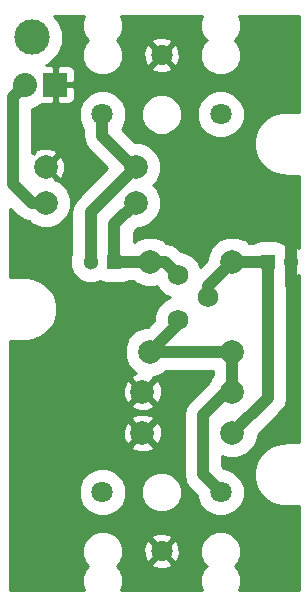
<source format=gbr>
G04 #@! TF.FileFunction,Copper,L2,Bot,Signal*
%FSLAX46Y46*%
G04 Gerber Fmt 4.6, Leading zero omitted, Abs format (unit mm)*
G04 Created by KiCad (PCBNEW 4.1.0-alpha+201608010717+6997~46~ubuntu14.04.1-product) date Mon Aug  1 22:00:52 2016*
%MOMM*%
%LPD*%
G01*
G04 APERTURE LIST*
%ADD10C,0.100000*%
%ADD11C,3.000000*%
%ADD12R,2.032000X2.032000*%
%ADD13O,2.032000X2.032000*%
%ADD14C,1.998980*%
%ADD15C,1.750060*%
%ADD16R,1.300000X1.300000*%
%ADD17C,1.300000*%
%ADD18C,1.800000*%
%ADD19C,1.000000*%
%ADD20C,0.254000*%
G04 APERTURE END LIST*
D10*
D11*
X103000000Y-103000000D03*
D12*
X105000000Y-107000000D03*
D13*
X102460000Y-107000000D03*
D14*
X120000000Y-133000000D03*
X112380000Y-133000000D03*
X111810000Y-117000000D03*
X104190000Y-117000000D03*
X120000000Y-136500000D03*
X112380000Y-136500000D03*
X113000000Y-129620000D03*
X113000000Y-122000000D03*
D15*
X115365000Y-126905000D03*
X117905000Y-125000000D03*
X115365000Y-123095000D03*
D16*
X110000000Y-122000000D03*
D17*
X108000000Y-122000000D03*
D16*
X123000000Y-122000000D03*
D17*
X125000000Y-122000000D03*
D14*
X120000000Y-129620000D03*
X120000000Y-122000000D03*
D18*
X114000000Y-104500000D03*
X109000000Y-109500000D03*
X119000000Y-109500000D03*
X114000000Y-146500000D03*
X119000000Y-141500000D03*
X109000000Y-141500000D03*
D14*
X104190000Y-114000000D03*
X111810000Y-114000000D03*
D19*
X110000000Y-122000000D02*
X110000000Y-118810000D01*
X110000000Y-118810000D02*
X111810000Y-117000000D01*
X113000000Y-122000000D02*
X110000000Y-122000000D01*
X113000000Y-122000000D02*
X114270000Y-122000000D01*
X114270000Y-122000000D02*
X115365000Y-123095000D01*
X115270000Y-123000000D02*
X115365000Y-123095000D01*
X111810000Y-114000000D02*
X108000000Y-117810000D01*
X108000000Y-117810000D02*
X108000000Y-122000000D01*
X109000000Y-109500000D02*
X109000000Y-111380000D01*
X109000000Y-111380000D02*
X111620000Y-114000000D01*
X120000000Y-136500000D02*
X123000000Y-133500000D01*
X123000000Y-133500000D02*
X123000000Y-122000000D01*
X123000000Y-122000000D02*
X120000000Y-122000000D01*
X120000000Y-136500000D02*
X120500000Y-136500000D01*
X117905000Y-125000000D02*
X117905000Y-124095000D01*
X117905000Y-124095000D02*
X120000000Y-122000000D01*
X117905000Y-125000000D02*
X118000000Y-125000000D01*
X120000000Y-133000000D02*
X120000000Y-129620000D01*
X113000000Y-129620000D02*
X120000000Y-129620000D01*
X115365000Y-126905000D02*
X115365000Y-127255000D01*
X115365000Y-127255000D02*
X113000000Y-129620000D01*
X117500000Y-135000000D02*
X117500000Y-140000000D01*
X117500000Y-140000000D02*
X119000000Y-141500000D01*
X119500000Y-133000000D02*
X117500000Y-135000000D01*
X104190000Y-117000000D02*
X103000000Y-117000000D01*
X101444001Y-108015999D02*
X102460000Y-107000000D01*
X103000000Y-117000000D02*
X101444001Y-115444001D01*
X101444001Y-115444001D02*
X101444001Y-108015999D01*
X125000000Y-120000000D02*
X125000000Y-124000000D01*
X125000000Y-122000000D02*
X125000000Y-120000000D01*
D20*
G36*
X107273300Y-101654971D02*
X107272701Y-102342014D01*
X107535067Y-102976989D01*
X107807652Y-103250050D01*
X107536774Y-103520456D01*
X107273300Y-104154971D01*
X107272701Y-104842014D01*
X107535067Y-105476989D01*
X108020456Y-105963226D01*
X108654971Y-106226700D01*
X109342014Y-106227299D01*
X109976989Y-105964933D01*
X110362435Y-105580159D01*
X113099446Y-105580159D01*
X113185852Y-105836643D01*
X113759336Y-106046458D01*
X114369460Y-106020839D01*
X114814148Y-105836643D01*
X114900554Y-105580159D01*
X114000000Y-104679605D01*
X113099446Y-105580159D01*
X110362435Y-105580159D01*
X110463226Y-105479544D01*
X110726700Y-104845029D01*
X110727210Y-104259336D01*
X112453542Y-104259336D01*
X112479161Y-104869460D01*
X112663357Y-105314148D01*
X112919841Y-105400554D01*
X113820395Y-104500000D01*
X114179605Y-104500000D01*
X115080159Y-105400554D01*
X115336643Y-105314148D01*
X115546458Y-104740664D01*
X115520839Y-104130540D01*
X115336643Y-103685852D01*
X115080159Y-103599446D01*
X114179605Y-104500000D01*
X113820395Y-104500000D01*
X112919841Y-103599446D01*
X112663357Y-103685852D01*
X112453542Y-104259336D01*
X110727210Y-104259336D01*
X110727299Y-104157986D01*
X110464933Y-103523011D01*
X110361943Y-103419841D01*
X113099446Y-103419841D01*
X114000000Y-104320395D01*
X114900554Y-103419841D01*
X114814148Y-103163357D01*
X114240664Y-102953542D01*
X113630540Y-102979161D01*
X113185852Y-103163357D01*
X113099446Y-103419841D01*
X110361943Y-103419841D01*
X110192348Y-103249950D01*
X110463226Y-102979544D01*
X110726700Y-102345029D01*
X110727299Y-101657986D01*
X110538890Y-101202000D01*
X117461390Y-101202000D01*
X117273300Y-101654971D01*
X117272701Y-102342014D01*
X117535067Y-102976989D01*
X117807652Y-103250050D01*
X117536774Y-103520456D01*
X117273300Y-104154971D01*
X117272701Y-104842014D01*
X117535067Y-105476989D01*
X118020456Y-105963226D01*
X118654971Y-106226700D01*
X119342014Y-106227299D01*
X119976989Y-105964933D01*
X120463226Y-105479544D01*
X120726700Y-104845029D01*
X120727299Y-104157986D01*
X120464933Y-103523011D01*
X120192348Y-103249950D01*
X120463226Y-102979544D01*
X120726700Y-102345029D01*
X120727299Y-101657986D01*
X120538890Y-101202000D01*
X125598000Y-101202000D01*
X125598000Y-109298000D01*
X124500000Y-109298000D01*
X124383889Y-109321096D01*
X124265501Y-109321096D01*
X123691476Y-109435277D01*
X123258180Y-109614754D01*
X122771545Y-109939913D01*
X122439913Y-110271545D01*
X122114754Y-110758180D01*
X121935277Y-111191476D01*
X121821096Y-111765501D01*
X121821096Y-112234499D01*
X121935277Y-112808523D01*
X121935277Y-112808524D01*
X122114754Y-113241820D01*
X122439913Y-113728455D01*
X122771545Y-114060087D01*
X123258180Y-114385246D01*
X123691476Y-114564723D01*
X124265501Y-114678904D01*
X124383889Y-114678904D01*
X124500000Y-114702000D01*
X125598000Y-114702000D01*
X125598000Y-120847516D01*
X125180922Y-120702378D01*
X124670572Y-120731917D01*
X124609378Y-120757264D01*
X124462522Y-120537478D01*
X124089733Y-120288389D01*
X123650000Y-120200921D01*
X122350000Y-120200921D01*
X121910267Y-120288389D01*
X121783637Y-120373000D01*
X121380526Y-120373000D01*
X121206132Y-120198301D01*
X120424841Y-119873880D01*
X119578871Y-119873142D01*
X118797014Y-120196199D01*
X118198301Y-120793868D01*
X117873880Y-121575159D01*
X117873662Y-121825413D01*
X117260125Y-122438949D01*
X117063228Y-121962423D01*
X116500540Y-121398751D01*
X115764975Y-121093318D01*
X115664156Y-121093230D01*
X115420463Y-120849537D01*
X114892626Y-120496848D01*
X114407911Y-120400432D01*
X114206132Y-120198301D01*
X113424841Y-119873880D01*
X112578871Y-119873142D01*
X111797014Y-120196199D01*
X111627000Y-120365917D01*
X111627000Y-119483926D01*
X111984283Y-119126643D01*
X112231129Y-119126858D01*
X113012986Y-118803801D01*
X113611699Y-118206132D01*
X113936120Y-117424841D01*
X113936858Y-116578871D01*
X113613801Y-115797014D01*
X113317311Y-115500006D01*
X113611699Y-115206132D01*
X113936120Y-114424841D01*
X113936858Y-113578871D01*
X113613801Y-112797014D01*
X113016132Y-112198301D01*
X112234841Y-111873880D01*
X111794421Y-111873496D01*
X110643952Y-110723027D01*
X110717405Y-110649702D01*
X111026647Y-109904964D01*
X111026701Y-109842014D01*
X112272701Y-109842014D01*
X112535067Y-110476989D01*
X113020456Y-110963226D01*
X113654971Y-111226700D01*
X114342014Y-111227299D01*
X114976989Y-110964933D01*
X115463226Y-110479544D01*
X115703281Y-109901426D01*
X116972649Y-109901426D01*
X117280591Y-110646703D01*
X117850298Y-111217405D01*
X118595036Y-111526647D01*
X119401426Y-111527351D01*
X120146703Y-111219409D01*
X120717405Y-110649702D01*
X121026647Y-109904964D01*
X121027351Y-109098574D01*
X120719409Y-108353297D01*
X120149702Y-107782595D01*
X119404964Y-107473353D01*
X118598574Y-107472649D01*
X117853297Y-107780591D01*
X117282595Y-108350298D01*
X116973353Y-109095036D01*
X116972649Y-109901426D01*
X115703281Y-109901426D01*
X115726700Y-109845029D01*
X115727299Y-109157986D01*
X115464933Y-108523011D01*
X114979544Y-108036774D01*
X114345029Y-107773300D01*
X113657986Y-107772701D01*
X113023011Y-108035067D01*
X112536774Y-108520456D01*
X112273300Y-109154971D01*
X112272701Y-109842014D01*
X111026701Y-109842014D01*
X111027351Y-109098574D01*
X110719409Y-108353297D01*
X110149702Y-107782595D01*
X109404964Y-107473353D01*
X108598574Y-107472649D01*
X107853297Y-107780591D01*
X107282595Y-108350298D01*
X106973353Y-109095036D01*
X106972649Y-109901426D01*
X107280591Y-110646703D01*
X107373000Y-110739273D01*
X107373000Y-111380000D01*
X107496848Y-112002626D01*
X107849537Y-112530463D01*
X109414074Y-114095000D01*
X106849537Y-116659537D01*
X106496848Y-117187374D01*
X106373000Y-117810000D01*
X106373000Y-121284489D01*
X106223310Y-121644982D01*
X106222693Y-122351916D01*
X106492655Y-123005274D01*
X106992096Y-123505588D01*
X107644982Y-123776690D01*
X108351916Y-123777307D01*
X108757673Y-123609651D01*
X108910267Y-123711611D01*
X109350000Y-123799079D01*
X110650000Y-123799079D01*
X111089733Y-123711611D01*
X111216363Y-123627000D01*
X111619474Y-123627000D01*
X111793868Y-123801699D01*
X112575159Y-124126120D01*
X113421129Y-124126858D01*
X113595402Y-124054850D01*
X113666772Y-124227577D01*
X114229460Y-124791249D01*
X114732518Y-125000137D01*
X114232423Y-125206772D01*
X113668751Y-125769460D01*
X113363318Y-126505025D01*
X113362924Y-126956150D01*
X112825717Y-127493357D01*
X112578871Y-127493142D01*
X111797014Y-127816199D01*
X111198301Y-128413868D01*
X110873880Y-129195159D01*
X110873142Y-130041129D01*
X111196199Y-130822986D01*
X111793868Y-131421699D01*
X111842232Y-131441781D01*
X111506042Y-131581035D01*
X111407443Y-131847837D01*
X112380000Y-132820395D01*
X113352557Y-131847837D01*
X113315205Y-131746766D01*
X113421129Y-131746858D01*
X114202986Y-131423801D01*
X114380096Y-131247000D01*
X118373000Y-131247000D01*
X118373000Y-131619474D01*
X118198301Y-131793868D01*
X118051379Y-132147695D01*
X116349537Y-133849537D01*
X115996848Y-134377374D01*
X115873000Y-135000000D01*
X115873000Y-140000000D01*
X115996848Y-140622626D01*
X116349537Y-141150463D01*
X116972761Y-141773686D01*
X116972649Y-141901426D01*
X117280591Y-142646703D01*
X117850298Y-143217405D01*
X118595036Y-143526647D01*
X119401426Y-143527351D01*
X120146703Y-143219409D01*
X120717405Y-142649702D01*
X121026647Y-141904964D01*
X121027351Y-141098574D01*
X120719409Y-140353297D01*
X120149702Y-139782595D01*
X119404964Y-139473353D01*
X119274164Y-139473239D01*
X119127000Y-139326074D01*
X119127000Y-138440028D01*
X119575159Y-138626120D01*
X120421129Y-138626858D01*
X121202986Y-138303801D01*
X121801699Y-137706132D01*
X122126120Y-136924841D01*
X122126338Y-136674588D01*
X124150463Y-134650463D01*
X124503152Y-134122626D01*
X124627001Y-133500000D01*
X124627000Y-133499995D01*
X124627000Y-123230781D01*
X124819078Y-123297622D01*
X125329428Y-123268083D01*
X125598000Y-123156837D01*
X125598000Y-137298000D01*
X124500000Y-137298000D01*
X124383889Y-137321096D01*
X124265501Y-137321096D01*
X123691476Y-137435277D01*
X123258180Y-137614754D01*
X122771545Y-137939913D01*
X122439913Y-138271545D01*
X122114754Y-138758180D01*
X121935277Y-139191476D01*
X121821096Y-139765501D01*
X121821096Y-140234499D01*
X121935277Y-140808523D01*
X121935277Y-140808524D01*
X122114754Y-141241820D01*
X122439913Y-141728455D01*
X122771545Y-142060087D01*
X123258180Y-142385246D01*
X123691476Y-142564723D01*
X124265501Y-142678904D01*
X124383889Y-142678904D01*
X124500000Y-142702000D01*
X125598000Y-142702000D01*
X125598000Y-149798000D01*
X120538610Y-149798000D01*
X120726700Y-149345029D01*
X120727299Y-148657986D01*
X120464933Y-148023011D01*
X120192348Y-147749950D01*
X120463226Y-147479544D01*
X120726700Y-146845029D01*
X120727299Y-146157986D01*
X120464933Y-145523011D01*
X119979544Y-145036774D01*
X119345029Y-144773300D01*
X118657986Y-144772701D01*
X118023011Y-145035067D01*
X117536774Y-145520456D01*
X117273300Y-146154971D01*
X117272701Y-146842014D01*
X117535067Y-147476989D01*
X117807652Y-147750050D01*
X117536774Y-148020456D01*
X117273300Y-148654971D01*
X117272701Y-149342014D01*
X117461110Y-149798000D01*
X110538610Y-149798000D01*
X110726700Y-149345029D01*
X110727299Y-148657986D01*
X110464933Y-148023011D01*
X110192348Y-147749950D01*
X110362435Y-147580159D01*
X113099446Y-147580159D01*
X113185852Y-147836643D01*
X113759336Y-148046458D01*
X114369460Y-148020839D01*
X114814148Y-147836643D01*
X114900554Y-147580159D01*
X114000000Y-146679605D01*
X113099446Y-147580159D01*
X110362435Y-147580159D01*
X110463226Y-147479544D01*
X110726700Y-146845029D01*
X110727210Y-146259336D01*
X112453542Y-146259336D01*
X112479161Y-146869460D01*
X112663357Y-147314148D01*
X112919841Y-147400554D01*
X113820395Y-146500000D01*
X114179605Y-146500000D01*
X115080159Y-147400554D01*
X115336643Y-147314148D01*
X115546458Y-146740664D01*
X115520839Y-146130540D01*
X115336643Y-145685852D01*
X115080159Y-145599446D01*
X114179605Y-146500000D01*
X113820395Y-146500000D01*
X112919841Y-145599446D01*
X112663357Y-145685852D01*
X112453542Y-146259336D01*
X110727210Y-146259336D01*
X110727299Y-146157986D01*
X110464933Y-145523011D01*
X110361943Y-145419841D01*
X113099446Y-145419841D01*
X114000000Y-146320395D01*
X114900554Y-145419841D01*
X114814148Y-145163357D01*
X114240664Y-144953542D01*
X113630540Y-144979161D01*
X113185852Y-145163357D01*
X113099446Y-145419841D01*
X110361943Y-145419841D01*
X109979544Y-145036774D01*
X109345029Y-144773300D01*
X108657986Y-144772701D01*
X108023011Y-145035067D01*
X107536774Y-145520456D01*
X107273300Y-146154971D01*
X107272701Y-146842014D01*
X107535067Y-147476989D01*
X107807652Y-147750050D01*
X107536774Y-148020456D01*
X107273300Y-148654971D01*
X107272701Y-149342014D01*
X107461110Y-149798000D01*
X101202000Y-149798000D01*
X101202000Y-141901426D01*
X106972649Y-141901426D01*
X107280591Y-142646703D01*
X107850298Y-143217405D01*
X108595036Y-143526647D01*
X109401426Y-143527351D01*
X110146703Y-143219409D01*
X110717405Y-142649702D01*
X111026647Y-141904964D01*
X111026701Y-141842014D01*
X112272701Y-141842014D01*
X112535067Y-142476989D01*
X113020456Y-142963226D01*
X113654971Y-143226700D01*
X114342014Y-143227299D01*
X114976989Y-142964933D01*
X115463226Y-142479544D01*
X115726700Y-141845029D01*
X115727299Y-141157986D01*
X115464933Y-140523011D01*
X114979544Y-140036774D01*
X114345029Y-139773300D01*
X113657986Y-139772701D01*
X113023011Y-140035067D01*
X112536774Y-140520456D01*
X112273300Y-141154971D01*
X112272701Y-141842014D01*
X111026701Y-141842014D01*
X111027351Y-141098574D01*
X110719409Y-140353297D01*
X110149702Y-139782595D01*
X109404964Y-139473353D01*
X108598574Y-139472649D01*
X107853297Y-139780591D01*
X107282595Y-140350298D01*
X106973353Y-141095036D01*
X106972649Y-141901426D01*
X101202000Y-141901426D01*
X101202000Y-137652163D01*
X111407443Y-137652163D01*
X111506042Y-137918965D01*
X112115582Y-138145401D01*
X112765377Y-138121341D01*
X113253958Y-137918965D01*
X113352557Y-137652163D01*
X112380000Y-136679605D01*
X111407443Y-137652163D01*
X101202000Y-137652163D01*
X101202000Y-136235582D01*
X110734599Y-136235582D01*
X110758659Y-136885377D01*
X110961035Y-137373958D01*
X111227837Y-137472557D01*
X112200395Y-136500000D01*
X112559605Y-136500000D01*
X113532163Y-137472557D01*
X113798965Y-137373958D01*
X114025401Y-136764418D01*
X114001341Y-136114623D01*
X113798965Y-135626042D01*
X113532163Y-135527443D01*
X112559605Y-136500000D01*
X112200395Y-136500000D01*
X111227837Y-135527443D01*
X110961035Y-135626042D01*
X110734599Y-136235582D01*
X101202000Y-136235582D01*
X101202000Y-135347837D01*
X111407443Y-135347837D01*
X112380000Y-136320395D01*
X113352557Y-135347837D01*
X113253958Y-135081035D01*
X112644418Y-134854599D01*
X111994623Y-134878659D01*
X111506042Y-135081035D01*
X111407443Y-135347837D01*
X101202000Y-135347837D01*
X101202000Y-134152163D01*
X111407443Y-134152163D01*
X111506042Y-134418965D01*
X112115582Y-134645401D01*
X112765377Y-134621341D01*
X113253958Y-134418965D01*
X113352557Y-134152163D01*
X112380000Y-133179605D01*
X111407443Y-134152163D01*
X101202000Y-134152163D01*
X101202000Y-132735582D01*
X110734599Y-132735582D01*
X110758659Y-133385377D01*
X110961035Y-133873958D01*
X111227837Y-133972557D01*
X112200395Y-133000000D01*
X112559605Y-133000000D01*
X113532163Y-133972557D01*
X113798965Y-133873958D01*
X114025401Y-133264418D01*
X114001341Y-132614623D01*
X113798965Y-132126042D01*
X113532163Y-132027443D01*
X112559605Y-133000000D01*
X112200395Y-133000000D01*
X111227837Y-132027443D01*
X110961035Y-132126042D01*
X110734599Y-132735582D01*
X101202000Y-132735582D01*
X101202000Y-128702000D01*
X102500000Y-128702000D01*
X102616111Y-128678904D01*
X102734499Y-128678904D01*
X103308524Y-128564723D01*
X103741820Y-128385246D01*
X104228455Y-128060087D01*
X104560087Y-127728455D01*
X104885246Y-127241820D01*
X105064723Y-126808524D01*
X105064723Y-126808522D01*
X105178904Y-126234499D01*
X105178904Y-125765501D01*
X105064723Y-125191476D01*
X104885246Y-124758180D01*
X104560087Y-124271545D01*
X104228455Y-123939913D01*
X103741820Y-123614754D01*
X103308524Y-123435277D01*
X102734499Y-123321096D01*
X102616111Y-123321096D01*
X102500000Y-123298000D01*
X101202000Y-123298000D01*
X101202000Y-117502926D01*
X101849537Y-118150463D01*
X102377374Y-118503152D01*
X102762268Y-118579712D01*
X102983868Y-118801699D01*
X103765159Y-119126120D01*
X104611129Y-119126858D01*
X105392986Y-118803801D01*
X105991699Y-118206132D01*
X106316120Y-117424841D01*
X106316858Y-116578871D01*
X105993801Y-115797014D01*
X105396132Y-115198301D01*
X105075597Y-115065203D01*
X104190000Y-114179605D01*
X104175858Y-114193748D01*
X103996252Y-114014142D01*
X104010395Y-114000000D01*
X104369605Y-114000000D01*
X105342163Y-114972557D01*
X105608965Y-114873958D01*
X105835401Y-114264418D01*
X105811341Y-113614623D01*
X105608965Y-113126042D01*
X105342163Y-113027443D01*
X104369605Y-114000000D01*
X104010395Y-114000000D01*
X103996252Y-113985858D01*
X104175858Y-113806252D01*
X104190000Y-113820395D01*
X105162557Y-112847837D01*
X105063958Y-112581035D01*
X104454418Y-112354599D01*
X103804623Y-112378659D01*
X103316042Y-112581035D01*
X103217444Y-112847836D01*
X103103162Y-112733554D01*
X103071001Y-112765715D01*
X103071001Y-109063449D01*
X103280091Y-109021858D01*
X103843757Y-108645229D01*
X103857690Y-108651000D01*
X104714250Y-108651000D01*
X104873000Y-108492250D01*
X104873000Y-107127000D01*
X105127000Y-107127000D01*
X105127000Y-108492250D01*
X105285750Y-108651000D01*
X106142310Y-108651000D01*
X106375699Y-108554327D01*
X106554327Y-108375698D01*
X106651000Y-108142309D01*
X106651000Y-107285750D01*
X106492250Y-107127000D01*
X105127000Y-107127000D01*
X104873000Y-107127000D01*
X104853000Y-107127000D01*
X104853000Y-106873000D01*
X104873000Y-106873000D01*
X104873000Y-105507750D01*
X105127000Y-105507750D01*
X105127000Y-106873000D01*
X106492250Y-106873000D01*
X106651000Y-106714250D01*
X106651000Y-105857691D01*
X106554327Y-105624302D01*
X106375699Y-105445673D01*
X106142310Y-105349000D01*
X105285750Y-105349000D01*
X105127000Y-105507750D01*
X104873000Y-105507750D01*
X104714250Y-105349000D01*
X104194163Y-105349000D01*
X104486132Y-105228361D01*
X105225764Y-104490019D01*
X105626543Y-103524835D01*
X105627455Y-102479750D01*
X105228361Y-101513868D01*
X104917037Y-101202000D01*
X107461390Y-101202000D01*
X107273300Y-101654971D01*
X107273300Y-101654971D01*
G37*
X107273300Y-101654971D02*
X107272701Y-102342014D01*
X107535067Y-102976989D01*
X107807652Y-103250050D01*
X107536774Y-103520456D01*
X107273300Y-104154971D01*
X107272701Y-104842014D01*
X107535067Y-105476989D01*
X108020456Y-105963226D01*
X108654971Y-106226700D01*
X109342014Y-106227299D01*
X109976989Y-105964933D01*
X110362435Y-105580159D01*
X113099446Y-105580159D01*
X113185852Y-105836643D01*
X113759336Y-106046458D01*
X114369460Y-106020839D01*
X114814148Y-105836643D01*
X114900554Y-105580159D01*
X114000000Y-104679605D01*
X113099446Y-105580159D01*
X110362435Y-105580159D01*
X110463226Y-105479544D01*
X110726700Y-104845029D01*
X110727210Y-104259336D01*
X112453542Y-104259336D01*
X112479161Y-104869460D01*
X112663357Y-105314148D01*
X112919841Y-105400554D01*
X113820395Y-104500000D01*
X114179605Y-104500000D01*
X115080159Y-105400554D01*
X115336643Y-105314148D01*
X115546458Y-104740664D01*
X115520839Y-104130540D01*
X115336643Y-103685852D01*
X115080159Y-103599446D01*
X114179605Y-104500000D01*
X113820395Y-104500000D01*
X112919841Y-103599446D01*
X112663357Y-103685852D01*
X112453542Y-104259336D01*
X110727210Y-104259336D01*
X110727299Y-104157986D01*
X110464933Y-103523011D01*
X110361943Y-103419841D01*
X113099446Y-103419841D01*
X114000000Y-104320395D01*
X114900554Y-103419841D01*
X114814148Y-103163357D01*
X114240664Y-102953542D01*
X113630540Y-102979161D01*
X113185852Y-103163357D01*
X113099446Y-103419841D01*
X110361943Y-103419841D01*
X110192348Y-103249950D01*
X110463226Y-102979544D01*
X110726700Y-102345029D01*
X110727299Y-101657986D01*
X110538890Y-101202000D01*
X117461390Y-101202000D01*
X117273300Y-101654971D01*
X117272701Y-102342014D01*
X117535067Y-102976989D01*
X117807652Y-103250050D01*
X117536774Y-103520456D01*
X117273300Y-104154971D01*
X117272701Y-104842014D01*
X117535067Y-105476989D01*
X118020456Y-105963226D01*
X118654971Y-106226700D01*
X119342014Y-106227299D01*
X119976989Y-105964933D01*
X120463226Y-105479544D01*
X120726700Y-104845029D01*
X120727299Y-104157986D01*
X120464933Y-103523011D01*
X120192348Y-103249950D01*
X120463226Y-102979544D01*
X120726700Y-102345029D01*
X120727299Y-101657986D01*
X120538890Y-101202000D01*
X125598000Y-101202000D01*
X125598000Y-109298000D01*
X124500000Y-109298000D01*
X124383889Y-109321096D01*
X124265501Y-109321096D01*
X123691476Y-109435277D01*
X123258180Y-109614754D01*
X122771545Y-109939913D01*
X122439913Y-110271545D01*
X122114754Y-110758180D01*
X121935277Y-111191476D01*
X121821096Y-111765501D01*
X121821096Y-112234499D01*
X121935277Y-112808523D01*
X121935277Y-112808524D01*
X122114754Y-113241820D01*
X122439913Y-113728455D01*
X122771545Y-114060087D01*
X123258180Y-114385246D01*
X123691476Y-114564723D01*
X124265501Y-114678904D01*
X124383889Y-114678904D01*
X124500000Y-114702000D01*
X125598000Y-114702000D01*
X125598000Y-120847516D01*
X125180922Y-120702378D01*
X124670572Y-120731917D01*
X124609378Y-120757264D01*
X124462522Y-120537478D01*
X124089733Y-120288389D01*
X123650000Y-120200921D01*
X122350000Y-120200921D01*
X121910267Y-120288389D01*
X121783637Y-120373000D01*
X121380526Y-120373000D01*
X121206132Y-120198301D01*
X120424841Y-119873880D01*
X119578871Y-119873142D01*
X118797014Y-120196199D01*
X118198301Y-120793868D01*
X117873880Y-121575159D01*
X117873662Y-121825413D01*
X117260125Y-122438949D01*
X117063228Y-121962423D01*
X116500540Y-121398751D01*
X115764975Y-121093318D01*
X115664156Y-121093230D01*
X115420463Y-120849537D01*
X114892626Y-120496848D01*
X114407911Y-120400432D01*
X114206132Y-120198301D01*
X113424841Y-119873880D01*
X112578871Y-119873142D01*
X111797014Y-120196199D01*
X111627000Y-120365917D01*
X111627000Y-119483926D01*
X111984283Y-119126643D01*
X112231129Y-119126858D01*
X113012986Y-118803801D01*
X113611699Y-118206132D01*
X113936120Y-117424841D01*
X113936858Y-116578871D01*
X113613801Y-115797014D01*
X113317311Y-115500006D01*
X113611699Y-115206132D01*
X113936120Y-114424841D01*
X113936858Y-113578871D01*
X113613801Y-112797014D01*
X113016132Y-112198301D01*
X112234841Y-111873880D01*
X111794421Y-111873496D01*
X110643952Y-110723027D01*
X110717405Y-110649702D01*
X111026647Y-109904964D01*
X111026701Y-109842014D01*
X112272701Y-109842014D01*
X112535067Y-110476989D01*
X113020456Y-110963226D01*
X113654971Y-111226700D01*
X114342014Y-111227299D01*
X114976989Y-110964933D01*
X115463226Y-110479544D01*
X115703281Y-109901426D01*
X116972649Y-109901426D01*
X117280591Y-110646703D01*
X117850298Y-111217405D01*
X118595036Y-111526647D01*
X119401426Y-111527351D01*
X120146703Y-111219409D01*
X120717405Y-110649702D01*
X121026647Y-109904964D01*
X121027351Y-109098574D01*
X120719409Y-108353297D01*
X120149702Y-107782595D01*
X119404964Y-107473353D01*
X118598574Y-107472649D01*
X117853297Y-107780591D01*
X117282595Y-108350298D01*
X116973353Y-109095036D01*
X116972649Y-109901426D01*
X115703281Y-109901426D01*
X115726700Y-109845029D01*
X115727299Y-109157986D01*
X115464933Y-108523011D01*
X114979544Y-108036774D01*
X114345029Y-107773300D01*
X113657986Y-107772701D01*
X113023011Y-108035067D01*
X112536774Y-108520456D01*
X112273300Y-109154971D01*
X112272701Y-109842014D01*
X111026701Y-109842014D01*
X111027351Y-109098574D01*
X110719409Y-108353297D01*
X110149702Y-107782595D01*
X109404964Y-107473353D01*
X108598574Y-107472649D01*
X107853297Y-107780591D01*
X107282595Y-108350298D01*
X106973353Y-109095036D01*
X106972649Y-109901426D01*
X107280591Y-110646703D01*
X107373000Y-110739273D01*
X107373000Y-111380000D01*
X107496848Y-112002626D01*
X107849537Y-112530463D01*
X109414074Y-114095000D01*
X106849537Y-116659537D01*
X106496848Y-117187374D01*
X106373000Y-117810000D01*
X106373000Y-121284489D01*
X106223310Y-121644982D01*
X106222693Y-122351916D01*
X106492655Y-123005274D01*
X106992096Y-123505588D01*
X107644982Y-123776690D01*
X108351916Y-123777307D01*
X108757673Y-123609651D01*
X108910267Y-123711611D01*
X109350000Y-123799079D01*
X110650000Y-123799079D01*
X111089733Y-123711611D01*
X111216363Y-123627000D01*
X111619474Y-123627000D01*
X111793868Y-123801699D01*
X112575159Y-124126120D01*
X113421129Y-124126858D01*
X113595402Y-124054850D01*
X113666772Y-124227577D01*
X114229460Y-124791249D01*
X114732518Y-125000137D01*
X114232423Y-125206772D01*
X113668751Y-125769460D01*
X113363318Y-126505025D01*
X113362924Y-126956150D01*
X112825717Y-127493357D01*
X112578871Y-127493142D01*
X111797014Y-127816199D01*
X111198301Y-128413868D01*
X110873880Y-129195159D01*
X110873142Y-130041129D01*
X111196199Y-130822986D01*
X111793868Y-131421699D01*
X111842232Y-131441781D01*
X111506042Y-131581035D01*
X111407443Y-131847837D01*
X112380000Y-132820395D01*
X113352557Y-131847837D01*
X113315205Y-131746766D01*
X113421129Y-131746858D01*
X114202986Y-131423801D01*
X114380096Y-131247000D01*
X118373000Y-131247000D01*
X118373000Y-131619474D01*
X118198301Y-131793868D01*
X118051379Y-132147695D01*
X116349537Y-133849537D01*
X115996848Y-134377374D01*
X115873000Y-135000000D01*
X115873000Y-140000000D01*
X115996848Y-140622626D01*
X116349537Y-141150463D01*
X116972761Y-141773686D01*
X116972649Y-141901426D01*
X117280591Y-142646703D01*
X117850298Y-143217405D01*
X118595036Y-143526647D01*
X119401426Y-143527351D01*
X120146703Y-143219409D01*
X120717405Y-142649702D01*
X121026647Y-141904964D01*
X121027351Y-141098574D01*
X120719409Y-140353297D01*
X120149702Y-139782595D01*
X119404964Y-139473353D01*
X119274164Y-139473239D01*
X119127000Y-139326074D01*
X119127000Y-138440028D01*
X119575159Y-138626120D01*
X120421129Y-138626858D01*
X121202986Y-138303801D01*
X121801699Y-137706132D01*
X122126120Y-136924841D01*
X122126338Y-136674588D01*
X124150463Y-134650463D01*
X124503152Y-134122626D01*
X124627001Y-133500000D01*
X124627000Y-133499995D01*
X124627000Y-123230781D01*
X124819078Y-123297622D01*
X125329428Y-123268083D01*
X125598000Y-123156837D01*
X125598000Y-137298000D01*
X124500000Y-137298000D01*
X124383889Y-137321096D01*
X124265501Y-137321096D01*
X123691476Y-137435277D01*
X123258180Y-137614754D01*
X122771545Y-137939913D01*
X122439913Y-138271545D01*
X122114754Y-138758180D01*
X121935277Y-139191476D01*
X121821096Y-139765501D01*
X121821096Y-140234499D01*
X121935277Y-140808523D01*
X121935277Y-140808524D01*
X122114754Y-141241820D01*
X122439913Y-141728455D01*
X122771545Y-142060087D01*
X123258180Y-142385246D01*
X123691476Y-142564723D01*
X124265501Y-142678904D01*
X124383889Y-142678904D01*
X124500000Y-142702000D01*
X125598000Y-142702000D01*
X125598000Y-149798000D01*
X120538610Y-149798000D01*
X120726700Y-149345029D01*
X120727299Y-148657986D01*
X120464933Y-148023011D01*
X120192348Y-147749950D01*
X120463226Y-147479544D01*
X120726700Y-146845029D01*
X120727299Y-146157986D01*
X120464933Y-145523011D01*
X119979544Y-145036774D01*
X119345029Y-144773300D01*
X118657986Y-144772701D01*
X118023011Y-145035067D01*
X117536774Y-145520456D01*
X117273300Y-146154971D01*
X117272701Y-146842014D01*
X117535067Y-147476989D01*
X117807652Y-147750050D01*
X117536774Y-148020456D01*
X117273300Y-148654971D01*
X117272701Y-149342014D01*
X117461110Y-149798000D01*
X110538610Y-149798000D01*
X110726700Y-149345029D01*
X110727299Y-148657986D01*
X110464933Y-148023011D01*
X110192348Y-147749950D01*
X110362435Y-147580159D01*
X113099446Y-147580159D01*
X113185852Y-147836643D01*
X113759336Y-148046458D01*
X114369460Y-148020839D01*
X114814148Y-147836643D01*
X114900554Y-147580159D01*
X114000000Y-146679605D01*
X113099446Y-147580159D01*
X110362435Y-147580159D01*
X110463226Y-147479544D01*
X110726700Y-146845029D01*
X110727210Y-146259336D01*
X112453542Y-146259336D01*
X112479161Y-146869460D01*
X112663357Y-147314148D01*
X112919841Y-147400554D01*
X113820395Y-146500000D01*
X114179605Y-146500000D01*
X115080159Y-147400554D01*
X115336643Y-147314148D01*
X115546458Y-146740664D01*
X115520839Y-146130540D01*
X115336643Y-145685852D01*
X115080159Y-145599446D01*
X114179605Y-146500000D01*
X113820395Y-146500000D01*
X112919841Y-145599446D01*
X112663357Y-145685852D01*
X112453542Y-146259336D01*
X110727210Y-146259336D01*
X110727299Y-146157986D01*
X110464933Y-145523011D01*
X110361943Y-145419841D01*
X113099446Y-145419841D01*
X114000000Y-146320395D01*
X114900554Y-145419841D01*
X114814148Y-145163357D01*
X114240664Y-144953542D01*
X113630540Y-144979161D01*
X113185852Y-145163357D01*
X113099446Y-145419841D01*
X110361943Y-145419841D01*
X109979544Y-145036774D01*
X109345029Y-144773300D01*
X108657986Y-144772701D01*
X108023011Y-145035067D01*
X107536774Y-145520456D01*
X107273300Y-146154971D01*
X107272701Y-146842014D01*
X107535067Y-147476989D01*
X107807652Y-147750050D01*
X107536774Y-148020456D01*
X107273300Y-148654971D01*
X107272701Y-149342014D01*
X107461110Y-149798000D01*
X101202000Y-149798000D01*
X101202000Y-141901426D01*
X106972649Y-141901426D01*
X107280591Y-142646703D01*
X107850298Y-143217405D01*
X108595036Y-143526647D01*
X109401426Y-143527351D01*
X110146703Y-143219409D01*
X110717405Y-142649702D01*
X111026647Y-141904964D01*
X111026701Y-141842014D01*
X112272701Y-141842014D01*
X112535067Y-142476989D01*
X113020456Y-142963226D01*
X113654971Y-143226700D01*
X114342014Y-143227299D01*
X114976989Y-142964933D01*
X115463226Y-142479544D01*
X115726700Y-141845029D01*
X115727299Y-141157986D01*
X115464933Y-140523011D01*
X114979544Y-140036774D01*
X114345029Y-139773300D01*
X113657986Y-139772701D01*
X113023011Y-140035067D01*
X112536774Y-140520456D01*
X112273300Y-141154971D01*
X112272701Y-141842014D01*
X111026701Y-141842014D01*
X111027351Y-141098574D01*
X110719409Y-140353297D01*
X110149702Y-139782595D01*
X109404964Y-139473353D01*
X108598574Y-139472649D01*
X107853297Y-139780591D01*
X107282595Y-140350298D01*
X106973353Y-141095036D01*
X106972649Y-141901426D01*
X101202000Y-141901426D01*
X101202000Y-137652163D01*
X111407443Y-137652163D01*
X111506042Y-137918965D01*
X112115582Y-138145401D01*
X112765377Y-138121341D01*
X113253958Y-137918965D01*
X113352557Y-137652163D01*
X112380000Y-136679605D01*
X111407443Y-137652163D01*
X101202000Y-137652163D01*
X101202000Y-136235582D01*
X110734599Y-136235582D01*
X110758659Y-136885377D01*
X110961035Y-137373958D01*
X111227837Y-137472557D01*
X112200395Y-136500000D01*
X112559605Y-136500000D01*
X113532163Y-137472557D01*
X113798965Y-137373958D01*
X114025401Y-136764418D01*
X114001341Y-136114623D01*
X113798965Y-135626042D01*
X113532163Y-135527443D01*
X112559605Y-136500000D01*
X112200395Y-136500000D01*
X111227837Y-135527443D01*
X110961035Y-135626042D01*
X110734599Y-136235582D01*
X101202000Y-136235582D01*
X101202000Y-135347837D01*
X111407443Y-135347837D01*
X112380000Y-136320395D01*
X113352557Y-135347837D01*
X113253958Y-135081035D01*
X112644418Y-134854599D01*
X111994623Y-134878659D01*
X111506042Y-135081035D01*
X111407443Y-135347837D01*
X101202000Y-135347837D01*
X101202000Y-134152163D01*
X111407443Y-134152163D01*
X111506042Y-134418965D01*
X112115582Y-134645401D01*
X112765377Y-134621341D01*
X113253958Y-134418965D01*
X113352557Y-134152163D01*
X112380000Y-133179605D01*
X111407443Y-134152163D01*
X101202000Y-134152163D01*
X101202000Y-132735582D01*
X110734599Y-132735582D01*
X110758659Y-133385377D01*
X110961035Y-133873958D01*
X111227837Y-133972557D01*
X112200395Y-133000000D01*
X112559605Y-133000000D01*
X113532163Y-133972557D01*
X113798965Y-133873958D01*
X114025401Y-133264418D01*
X114001341Y-132614623D01*
X113798965Y-132126042D01*
X113532163Y-132027443D01*
X112559605Y-133000000D01*
X112200395Y-133000000D01*
X111227837Y-132027443D01*
X110961035Y-132126042D01*
X110734599Y-132735582D01*
X101202000Y-132735582D01*
X101202000Y-128702000D01*
X102500000Y-128702000D01*
X102616111Y-128678904D01*
X102734499Y-128678904D01*
X103308524Y-128564723D01*
X103741820Y-128385246D01*
X104228455Y-128060087D01*
X104560087Y-127728455D01*
X104885246Y-127241820D01*
X105064723Y-126808524D01*
X105064723Y-126808522D01*
X105178904Y-126234499D01*
X105178904Y-125765501D01*
X105064723Y-125191476D01*
X104885246Y-124758180D01*
X104560087Y-124271545D01*
X104228455Y-123939913D01*
X103741820Y-123614754D01*
X103308524Y-123435277D01*
X102734499Y-123321096D01*
X102616111Y-123321096D01*
X102500000Y-123298000D01*
X101202000Y-123298000D01*
X101202000Y-117502926D01*
X101849537Y-118150463D01*
X102377374Y-118503152D01*
X102762268Y-118579712D01*
X102983868Y-118801699D01*
X103765159Y-119126120D01*
X104611129Y-119126858D01*
X105392986Y-118803801D01*
X105991699Y-118206132D01*
X106316120Y-117424841D01*
X106316858Y-116578871D01*
X105993801Y-115797014D01*
X105396132Y-115198301D01*
X105075597Y-115065203D01*
X104190000Y-114179605D01*
X104175858Y-114193748D01*
X103996252Y-114014142D01*
X104010395Y-114000000D01*
X104369605Y-114000000D01*
X105342163Y-114972557D01*
X105608965Y-114873958D01*
X105835401Y-114264418D01*
X105811341Y-113614623D01*
X105608965Y-113126042D01*
X105342163Y-113027443D01*
X104369605Y-114000000D01*
X104010395Y-114000000D01*
X103996252Y-113985858D01*
X104175858Y-113806252D01*
X104190000Y-113820395D01*
X105162557Y-112847837D01*
X105063958Y-112581035D01*
X104454418Y-112354599D01*
X103804623Y-112378659D01*
X103316042Y-112581035D01*
X103217444Y-112847836D01*
X103103162Y-112733554D01*
X103071001Y-112765715D01*
X103071001Y-109063449D01*
X103280091Y-109021858D01*
X103843757Y-108645229D01*
X103857690Y-108651000D01*
X104714250Y-108651000D01*
X104873000Y-108492250D01*
X104873000Y-107127000D01*
X105127000Y-107127000D01*
X105127000Y-108492250D01*
X105285750Y-108651000D01*
X106142310Y-108651000D01*
X106375699Y-108554327D01*
X106554327Y-108375698D01*
X106651000Y-108142309D01*
X106651000Y-107285750D01*
X106492250Y-107127000D01*
X105127000Y-107127000D01*
X104873000Y-107127000D01*
X104853000Y-107127000D01*
X104853000Y-106873000D01*
X104873000Y-106873000D01*
X104873000Y-105507750D01*
X105127000Y-105507750D01*
X105127000Y-106873000D01*
X106492250Y-106873000D01*
X106651000Y-106714250D01*
X106651000Y-105857691D01*
X106554327Y-105624302D01*
X106375699Y-105445673D01*
X106142310Y-105349000D01*
X105285750Y-105349000D01*
X105127000Y-105507750D01*
X104873000Y-105507750D01*
X104714250Y-105349000D01*
X104194163Y-105349000D01*
X104486132Y-105228361D01*
X105225764Y-104490019D01*
X105626543Y-103524835D01*
X105627455Y-102479750D01*
X105228361Y-101513868D01*
X104917037Y-101202000D01*
X107461390Y-101202000D01*
X107273300Y-101654971D01*
G36*
X125193748Y-121985858D02*
X125179605Y-122000000D01*
X125193748Y-122014142D01*
X125014142Y-122193748D01*
X125000000Y-122179605D01*
X124985858Y-122193748D01*
X124806253Y-122014143D01*
X124820395Y-122000000D01*
X124806253Y-121985858D01*
X124985858Y-121806253D01*
X125000000Y-121820395D01*
X125014142Y-121806252D01*
X125193748Y-121985858D01*
X125193748Y-121985858D01*
G37*
X125193748Y-121985858D02*
X125179605Y-122000000D01*
X125193748Y-122014142D01*
X125014142Y-122193748D01*
X125000000Y-122179605D01*
X124985858Y-122193748D01*
X124806253Y-122014143D01*
X124820395Y-122000000D01*
X124806253Y-121985858D01*
X124985858Y-121806253D01*
X125000000Y-121820395D01*
X125014142Y-121806252D01*
X125193748Y-121985858D01*
M02*

</source>
